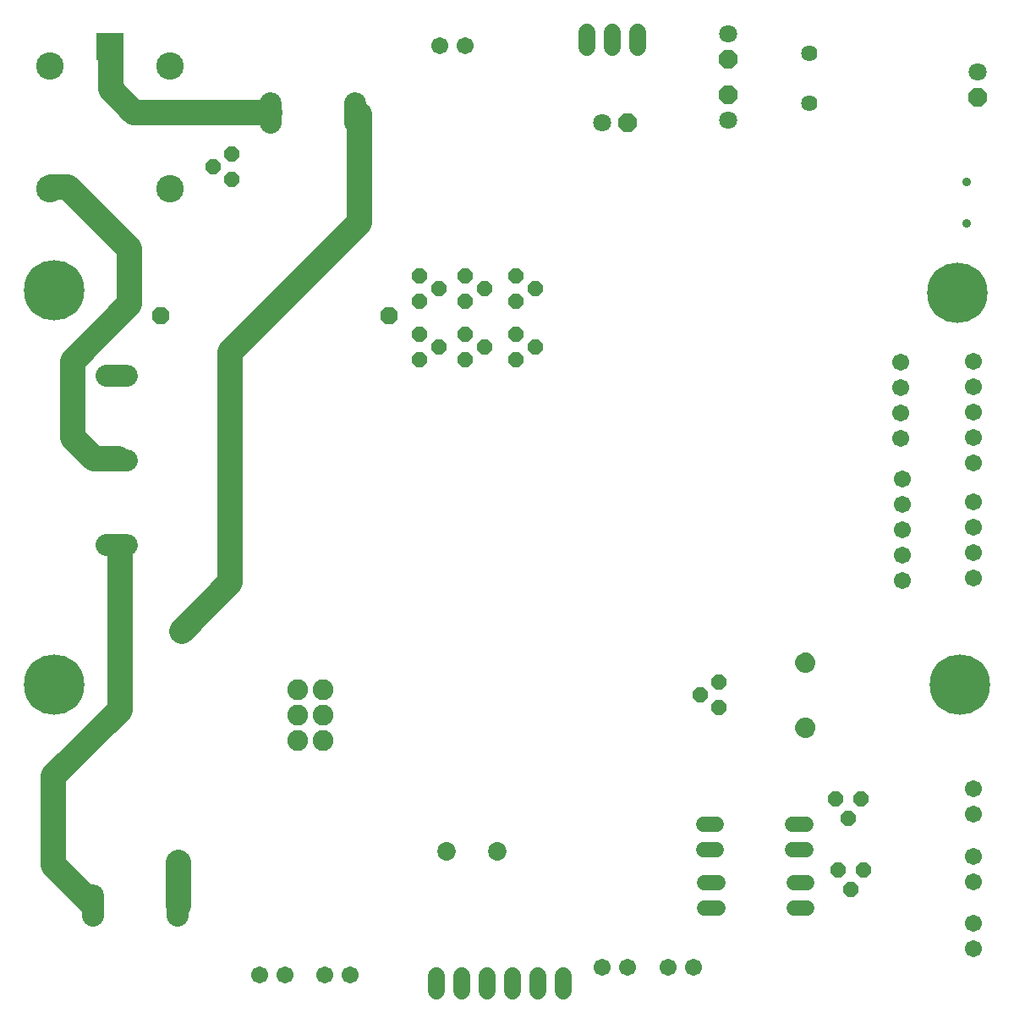
<source format=gbr>
G04 EAGLE Gerber RS-274X export*
G75*
%MOMM*%
%FSLAX34Y34*%
%LPD*%
%INSoldermask Bottom*%
%IPPOS*%
%AMOC8*
5,1,8,0,0,1.08239X$1,22.5*%
G01*
%ADD10C,2.540000*%
%ADD11C,1.711200*%
%ADD12P,1.951982X8X22.500000*%
%ADD13C,1.803400*%
%ADD14P,1.951982X8X292.500000*%
%ADD15P,1.951982X8X112.500000*%
%ADD16C,6.045200*%
%ADD17C,1.727200*%
%ADD18C,2.203200*%
%ADD19C,0.903200*%
%ADD20C,2.082800*%
%ADD21C,1.625600*%
%ADD22C,1.524000*%
%ADD23P,1.649562X8X202.500000*%
%ADD24P,1.649562X8X112.500000*%
%ADD25P,1.649562X8X292.500000*%
%ADD26P,1.869504X8X292.500000*%
%ADD27P,1.869504X8X22.500000*%
%ADD28R,2.743200X2.743200*%
%ADD29C,2.743200*%
%ADD30C,1.854200*%

G36*
X797787Y334780D02*
X797787Y334780D01*
X797859Y334778D01*
X799695Y334983D01*
X799741Y334997D01*
X799816Y335009D01*
X801577Y335569D01*
X801619Y335592D01*
X801691Y335618D01*
X803308Y336511D01*
X803346Y336541D01*
X803411Y336581D01*
X804823Y337772D01*
X804854Y337809D01*
X804910Y337861D01*
X806063Y339305D01*
X806086Y339347D01*
X806130Y339409D01*
X806979Y341050D01*
X806994Y341096D01*
X807025Y341165D01*
X807538Y342940D01*
X807543Y342988D01*
X807561Y343063D01*
X807717Y344903D01*
X807713Y344947D01*
X807717Y345012D01*
X807557Y346843D01*
X807544Y346889D01*
X807534Y346965D01*
X807020Y348729D01*
X806999Y348773D01*
X806974Y348845D01*
X806125Y350475D01*
X806096Y350513D01*
X806057Y350579D01*
X804907Y352012D01*
X804871Y352044D01*
X804820Y352101D01*
X803412Y353282D01*
X803371Y353306D01*
X803310Y353352D01*
X801698Y354236D01*
X801653Y354251D01*
X801584Y354285D01*
X799831Y354837D01*
X799784Y354843D01*
X799710Y354863D01*
X797883Y355063D01*
X797837Y355059D01*
X797768Y355065D01*
X796092Y354942D01*
X796049Y354931D01*
X795983Y354925D01*
X794353Y354514D01*
X794313Y354495D01*
X794249Y354477D01*
X792716Y353789D01*
X792679Y353764D01*
X792619Y353735D01*
X791229Y352791D01*
X791197Y352760D01*
X791143Y352722D01*
X789937Y351551D01*
X789911Y351515D01*
X789865Y351467D01*
X788881Y350105D01*
X788862Y350064D01*
X788825Y350010D01*
X788092Y348497D01*
X788080Y348454D01*
X788053Y348394D01*
X787595Y346777D01*
X787590Y346732D01*
X787574Y346668D01*
X787403Y344996D01*
X787407Y344948D01*
X787403Y344869D01*
X787569Y343197D01*
X787581Y343154D01*
X787590Y343089D01*
X788044Y341471D01*
X788063Y341430D01*
X788083Y341367D01*
X788811Y339853D01*
X788837Y339817D01*
X788867Y339758D01*
X789848Y338393D01*
X789880Y338362D01*
X789920Y338309D01*
X791122Y337135D01*
X791159Y337110D01*
X791207Y337065D01*
X792595Y336118D01*
X792636Y336100D01*
X792692Y336064D01*
X794223Y335372D01*
X794266Y335361D01*
X794327Y335335D01*
X795956Y334920D01*
X796000Y334917D01*
X796065Y334902D01*
X797740Y334776D01*
X797787Y334780D01*
G37*
G36*
X797787Y269756D02*
X797787Y269756D01*
X797859Y269754D01*
X799695Y269959D01*
X799741Y269973D01*
X799816Y269985D01*
X801577Y270545D01*
X801619Y270568D01*
X801691Y270594D01*
X803308Y271487D01*
X803346Y271517D01*
X803411Y271557D01*
X804823Y272748D01*
X804854Y272785D01*
X804910Y272837D01*
X806063Y274281D01*
X806086Y274323D01*
X806130Y274385D01*
X806979Y276026D01*
X806994Y276072D01*
X807025Y276141D01*
X807538Y277916D01*
X807543Y277964D01*
X807561Y278039D01*
X807717Y279879D01*
X807713Y279923D01*
X807717Y279988D01*
X807557Y281819D01*
X807544Y281865D01*
X807534Y281941D01*
X807020Y283705D01*
X806999Y283749D01*
X806974Y283821D01*
X806125Y285451D01*
X806096Y285489D01*
X806057Y285555D01*
X804907Y286988D01*
X804871Y287020D01*
X804820Y287077D01*
X803412Y288258D01*
X803371Y288282D01*
X803310Y288328D01*
X801698Y289212D01*
X801653Y289227D01*
X801584Y289261D01*
X799831Y289813D01*
X799784Y289819D01*
X799710Y289839D01*
X797883Y290039D01*
X797837Y290035D01*
X797768Y290041D01*
X796092Y289918D01*
X796049Y289907D01*
X795983Y289901D01*
X794353Y289490D01*
X794313Y289471D01*
X794249Y289453D01*
X792716Y288765D01*
X792679Y288740D01*
X792619Y288711D01*
X791229Y287767D01*
X791197Y287736D01*
X791143Y287698D01*
X789937Y286527D01*
X789911Y286491D01*
X789865Y286443D01*
X788881Y285081D01*
X788862Y285040D01*
X788825Y284986D01*
X788092Y283473D01*
X788080Y283430D01*
X788053Y283370D01*
X787595Y281753D01*
X787590Y281708D01*
X787574Y281644D01*
X787403Y279972D01*
X787407Y279924D01*
X787403Y279845D01*
X787569Y278173D01*
X787581Y278130D01*
X787590Y278065D01*
X788044Y276447D01*
X788063Y276406D01*
X788083Y276343D01*
X788811Y274829D01*
X788837Y274793D01*
X788867Y274734D01*
X789848Y273369D01*
X789880Y273338D01*
X789920Y273285D01*
X791122Y272111D01*
X791159Y272086D01*
X791207Y272041D01*
X792595Y271094D01*
X792636Y271076D01*
X792692Y271040D01*
X794223Y270348D01*
X794266Y270337D01*
X794327Y270311D01*
X795956Y269896D01*
X796000Y269893D01*
X796065Y269878D01*
X797740Y269752D01*
X797787Y269756D01*
G37*
D10*
X102108Y959104D02*
X102108Y918972D01*
X125476Y895604D01*
X261620Y895604D01*
X351028Y893572D02*
X351028Y784860D01*
X221996Y655828D01*
X221996Y425196D01*
X173228Y376428D01*
X58928Y820928D02*
X42164Y820928D01*
X58928Y820928D02*
X120904Y758952D01*
X120904Y703580D01*
X64008Y646684D01*
X64008Y569976D01*
X85344Y548640D01*
X110236Y548640D01*
X111252Y461264D02*
X111252Y297688D01*
X44704Y231140D01*
X44704Y142240D01*
X82804Y104140D01*
X169672Y102108D02*
X169672Y145288D01*
D11*
X316230Y32560D03*
X341630Y32560D03*
D12*
X619760Y885190D03*
D13*
X594360Y885190D03*
D14*
X720090Y948690D03*
D13*
X720090Y974090D03*
D15*
X720090Y913130D03*
D13*
X720090Y887730D03*
D14*
X970280Y910590D03*
D13*
X970280Y935990D03*
D11*
X894540Y426720D03*
X894540Y452120D03*
X894540Y477520D03*
X894540Y502920D03*
X894540Y528320D03*
D16*
X45720Y322580D03*
X952500Y322580D03*
X45720Y717550D03*
X949960Y715010D03*
D17*
X579120Y960120D02*
X579120Y975360D01*
X604520Y975360D02*
X604520Y960120D01*
X629920Y960120D02*
X629920Y975360D01*
D18*
X262300Y905000D02*
X262300Y885000D01*
X347300Y885000D02*
X347300Y905000D01*
D19*
X959440Y784430D03*
X959440Y825930D03*
D11*
X431800Y962200D03*
X457200Y962200D03*
D20*
X314960Y266700D03*
X289560Y266700D03*
X314960Y292100D03*
X289560Y292100D03*
X314960Y317500D03*
X289560Y317500D03*
D21*
X801370Y904640D03*
X801370Y954640D03*
D11*
X893270Y568960D03*
X893270Y594360D03*
X893270Y619760D03*
X893270Y645160D03*
X965660Y429260D03*
X965660Y454660D03*
X965660Y480060D03*
X965660Y505460D03*
X965660Y125730D03*
X965660Y151130D03*
X965660Y193040D03*
X965660Y218440D03*
X965660Y58420D03*
X965660Y83820D03*
X619760Y40465D03*
X594360Y40465D03*
X685800Y40465D03*
X660400Y40465D03*
D22*
X696722Y124460D02*
X709930Y124460D01*
X709930Y99060D02*
X696722Y99060D01*
X786130Y99060D02*
X799338Y99060D01*
X799338Y124460D02*
X786130Y124460D01*
X708660Y182880D02*
X695452Y182880D01*
X695452Y157480D02*
X708660Y157480D01*
X784860Y157480D02*
X798068Y157480D01*
X798068Y182880D02*
X784860Y182880D01*
D18*
X169500Y111950D02*
X169500Y91950D01*
X84500Y91950D02*
X84500Y111950D01*
D11*
X965660Y544830D03*
X965660Y570230D03*
X965660Y595630D03*
X965660Y621030D03*
X965660Y646430D03*
D23*
X830580Y137160D03*
X843280Y118110D03*
X855980Y137160D03*
D24*
X223520Y853440D03*
X204470Y840740D03*
X223520Y828040D03*
X711200Y325120D03*
X692150Y312420D03*
X711200Y299720D03*
D25*
X457200Y706120D03*
X476250Y718820D03*
X457200Y731520D03*
X508000Y647700D03*
X527050Y660400D03*
X508000Y673100D03*
X411480Y706120D03*
X430530Y718820D03*
X411480Y731520D03*
X411480Y647700D03*
X430530Y660400D03*
X411480Y673100D03*
X457200Y647700D03*
X476250Y660400D03*
X457200Y673100D03*
X508000Y706120D03*
X527050Y718820D03*
X508000Y731520D03*
D23*
X828040Y208280D03*
X840740Y189230D03*
X853440Y208280D03*
D26*
X171450Y375920D03*
X171450Y147320D03*
D27*
X152400Y692150D03*
X381000Y692150D03*
D28*
X101650Y961500D03*
D29*
X41650Y941500D03*
X41650Y819500D03*
X161650Y819500D03*
X161650Y941500D03*
D11*
X251460Y32560D03*
X276860Y32560D03*
D18*
X118300Y462370D02*
X98300Y462370D01*
X98300Y547370D02*
X118300Y547370D01*
X118300Y632370D02*
X98300Y632370D01*
D30*
X488950Y156210D03*
X438150Y156210D03*
D17*
X554990Y31750D02*
X554990Y16510D01*
X529590Y16510D02*
X529590Y31750D01*
X504190Y31750D02*
X504190Y16510D01*
X478790Y16510D02*
X478790Y31750D01*
X453390Y31750D02*
X453390Y16510D01*
X427990Y16510D02*
X427990Y31750D01*
M02*

</source>
